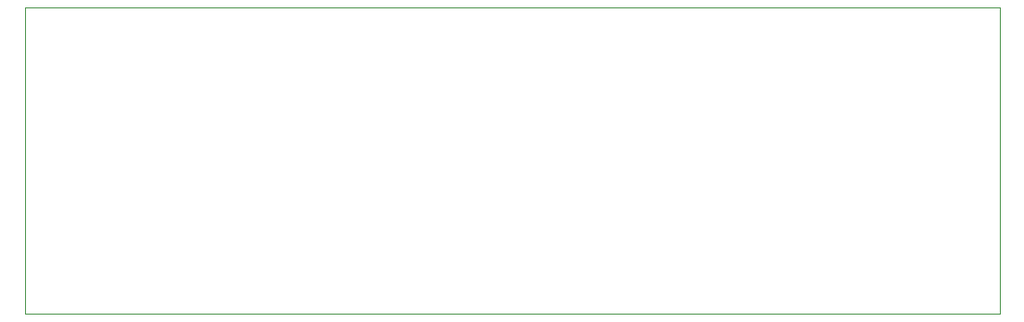
<source format=gbr>
G04 #@! TF.GenerationSoftware,KiCad,Pcbnew,5.1.5-52549c5~86~ubuntu18.04.1*
G04 #@! TF.CreationDate,2020-09-15T13:17:05-05:00*
G04 #@! TF.ProjectId,C05,4330352e-6b69-4636-9164-5f7063625858,rev?*
G04 #@! TF.SameCoordinates,Original*
G04 #@! TF.FileFunction,Profile,NP*
%FSLAX46Y46*%
G04 Gerber Fmt 4.6, Leading zero omitted, Abs format (unit mm)*
G04 Created by KiCad (PCBNEW 5.1.5-52549c5~86~ubuntu18.04.1) date 2020-09-15 13:17:05*
%MOMM*%
%LPD*%
G04 APERTURE LIST*
%ADD10C,0.050000*%
G04 APERTURE END LIST*
D10*
X108900000Y-20000000D02*
X108900000Y-47940000D01*
X20000000Y-47940000D02*
X108900000Y-47940000D01*
X20000000Y-20000000D02*
X108900000Y-20000000D01*
X20000000Y-20000000D02*
X20000000Y-47940000D01*
M02*

</source>
